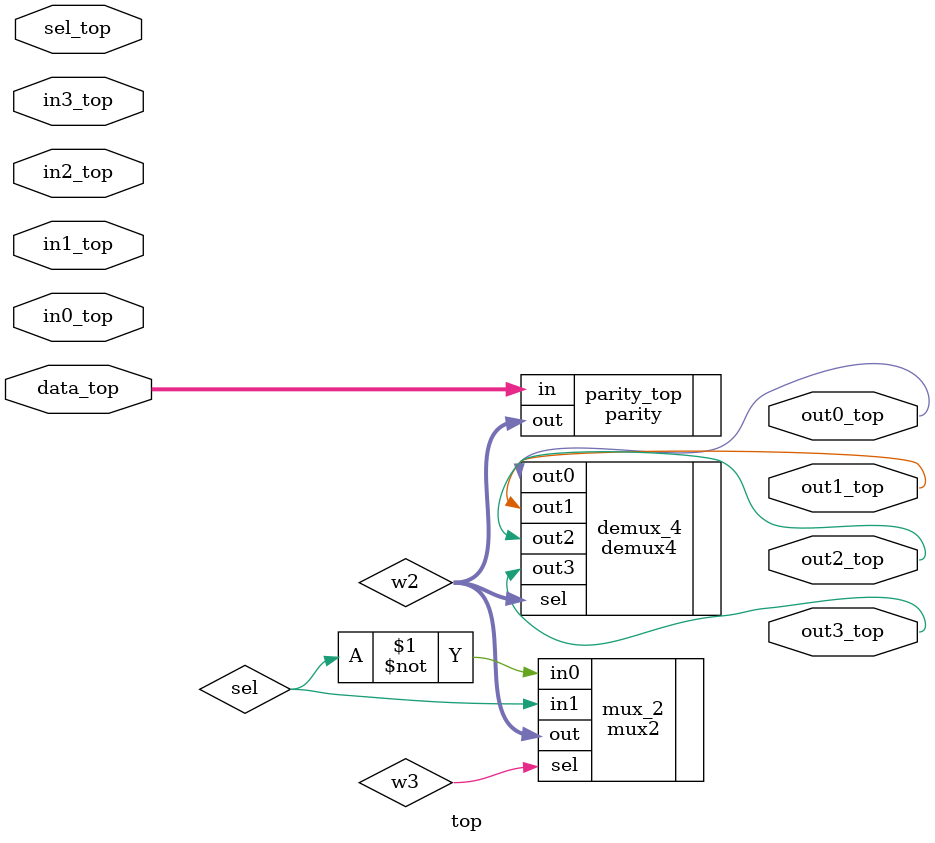
<source format=v>
`timescale 1ns / 1ps

module top(
    input in0_top,
    input in1_top,
    input in2_top,
    input in3_top,
    input [1:0] sel_top,
    input [3:0] data_top,
    output out0_top,
    output out1_top,
    output out2_top,
    output out3_top
);

    wire w1;
    
    mux4 mux_4 (
        .in0(in0_top),
        .in1(in1_top),
        .in2(in2_top),
        .in3(in3_top),
        .sel(sel_top),
        .out(w1)
    );
    
    wire w3;
    wire [1:0] w2;
    
    parity parity_top(
        .in(data_top),
        .out(w2)
    );
    
    mux2 mux_2 (
        .in0(~sel),
        .in1(sel),
        .out(w2),
        .sel(w3)
    );
    
    demux4 demux_4(
        .out0(out0_top),
        .out1(out1_top),
        .out2(out2_top),
        .out3(out3_top),
        .sel(w2)
    );
    
endmodule

</source>
